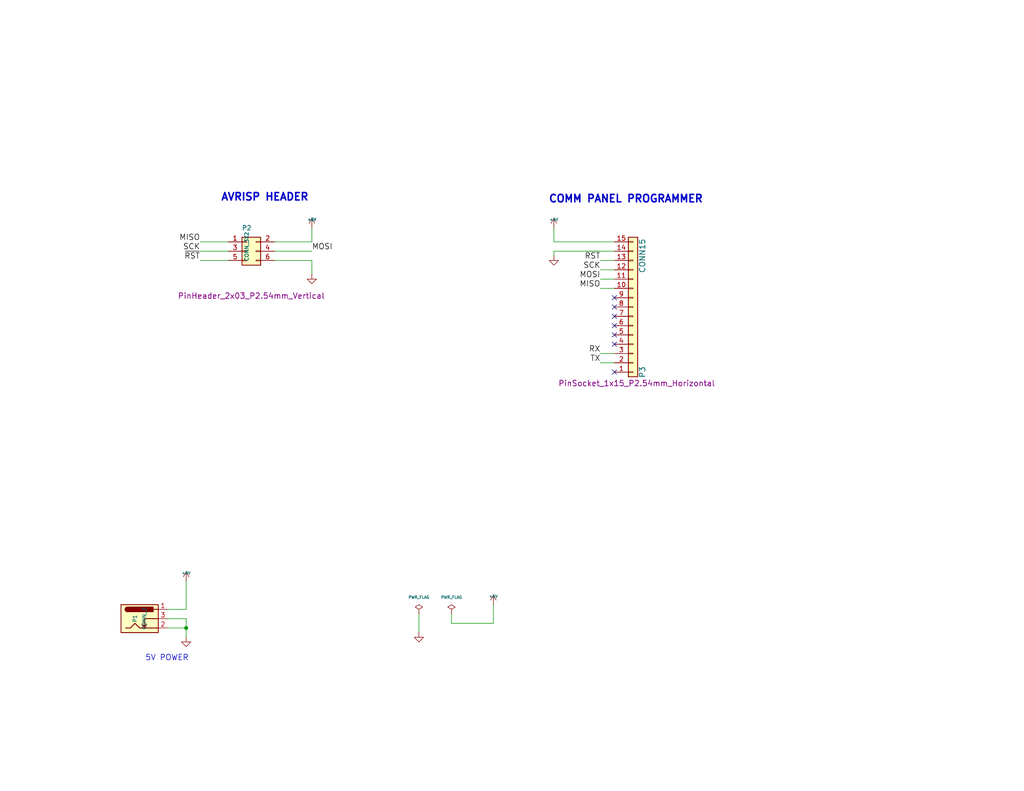
<source format=kicad_sch>
(kicad_sch (version 20250114) (generator "eeschema") (generator_version "9.0")
  (paper "USLetter")
  (title_block (title "comm shield") (date "2025-08-01") (rev "v0.4") (company "MCN-NET for Reiser Lab @ Janelia"))
  (lib_symbols
    (symbol "Connector:Barrel_Jack_Switch" (pin_names (hide yes))
      (property "Reference" "J" (at 0 5.334 0))
      (property "Value" "Barrel_Jack_Switch" (at 0 -5.08 0))
      (symbol "Barrel_Jack_Switch_0_1"
        (rectangle (start -5.08 3.81) (end 5.08 -3.81) (stroke (width 0.254)) (fill (type background)))
        (polyline (pts (xy -3.81 -2.54) (xy -2.54 -2.54) (xy -1.27 -1.27) (xy 0 -2.54) (xy 2.54 -2.54) (xy 5.08 -2.54)) (stroke (width 0.254)))
        (arc (start -3.302 1.905) (mid -3.9343 2.54) (end -3.302 3.175) (stroke (width 0.254)))
        (arc (start -3.302 1.905) (mid -3.9343 2.54) (end -3.302 3.175) (stroke (width 0.254)) (fill (type outline)))
        (polyline (pts (xy 1.27 -2.286) (xy 1.905 -1.651)) (stroke (width 0.254)))
        (rectangle (start 3.683 3.175) (end -3.302 1.905) (stroke (width 0.254)) (fill (type outline)))
        (polyline (pts (xy 5.08 2.54) (xy 3.81 2.54)) (stroke (width 0.254)))
        (polyline (pts (xy 5.08 0) (xy 1.27 0) (xy 1.27 -2.286) (xy 0.635 -1.651)) (stroke (width 0.254)))
      )
      (symbol "Barrel_Jack_Switch_1_1"
        (pin passive line (at 7.62 2.54 180) (length 2.54) (name "~") (number "1"))
        (pin passive line (at 7.62 0 180) (length 2.54) (name "~") (number "3"))
        (pin passive line (at 7.62 -2.54 180) (length 2.54) (name "~") (number "2"))
      )
    )
    (symbol "Connector_Generic:Conn_01x15" (pin_names (offset 1.016) (hide yes))
      (property "Reference" "J" (at 0 20.32 0))
      (property "Value" "Conn_01x15" (at 0 -20.32 0))
      (symbol "Conn_01x15_1_1"
        (rectangle (start -1.27 19.05) (end 1.27 -19.05) (stroke (width 0.254)) (fill (type background)))
        (rectangle (start -1.27 17.907) (end 0 17.653) (stroke (width 0.1524)))
        (rectangle (start -1.27 15.367) (end 0 15.113) (stroke (width 0.1524)))
        (rectangle (start -1.27 12.827) (end 0 12.573) (stroke (width 0.1524)))
        (rectangle (start -1.27 10.287) (end 0 10.033) (stroke (width 0.1524)))
        (rectangle (start -1.27 7.747) (end 0 7.493) (stroke (width 0.1524)))
        (rectangle (start -1.27 5.207) (end 0 4.953) (stroke (width 0.1524)))
        (rectangle (start -1.27 2.667) (end 0 2.413) (stroke (width 0.1524)))
        (rectangle (start -1.27 0.127) (end 0 -0.127) (stroke (width 0.1524)))
        (rectangle (start -1.27 -2.413) (end 0 -2.667) (stroke (width 0.1524)))
        (rectangle (start -1.27 -4.953) (end 0 -5.207) (stroke (width 0.1524)))
        (rectangle (start -1.27 -7.493) (end 0 -7.747) (stroke (width 0.1524)))
        (rectangle (start -1.27 -10.033) (end 0 -10.287) (stroke (width 0.1524)))
        (rectangle (start -1.27 -12.573) (end 0 -12.827) (stroke (width 0.1524)))
        (rectangle (start -1.27 -15.113) (end 0 -15.367) (stroke (width 0.1524)))
        (rectangle (start -1.27 -17.653) (end 0 -17.907) (stroke (width 0.1524)))
        (pin passive line (at -5.08 17.78 0) (length 3.81) (name "Pin_1") (number "1"))
        (pin passive line (at -5.08 15.24 0) (length 3.81) (name "Pin_2") (number "2"))
        (pin passive line (at -5.08 12.7 0) (length 3.81) (name "Pin_3") (number "3"))
        (pin passive line (at -5.08 10.16 0) (length 3.81) (name "Pin_4") (number "4"))
        (pin passive line (at -5.08 7.62 0) (length 3.81) (name "Pin_5") (number "5"))
        (pin passive line (at -5.08 5.08 0) (length 3.81) (name "Pin_6") (number "6"))
        (pin passive line (at -5.08 2.54 0) (length 3.81) (name "Pin_7") (number "7"))
        (pin passive line (at -5.08 0 0) (length 3.81) (name "Pin_8") (number "8"))
        (pin passive line (at -5.08 -2.54 0) (length 3.81) (name "Pin_9") (number "9"))
        (pin passive line (at -5.08 -5.08 0) (length 3.81) (name "Pin_10") (number "10"))
        (pin passive line (at -5.08 -7.62 0) (length 3.81) (name "Pin_11") (number "11"))
        (pin passive line (at -5.08 -10.16 0) (length 3.81) (name "Pin_12") (number "12"))
        (pin passive line (at -5.08 -12.7 0) (length 3.81) (name "Pin_13") (number "13"))
        (pin passive line (at -5.08 -15.24 0) (length 3.81) (name "Pin_14") (number "14"))
        (pin passive line (at -5.08 -17.78 0) (length 3.81) (name "Pin_15") (number "15"))
      )
    )
    (symbol "Connector_Generic:Conn_02x03_Odd_Even" (pin_names (offset 1.016) (hide yes))
      (property "Reference" "J" (at 1.27 5.08 0))
      (property "Value" "Conn_02x03_Odd_Even" (at 1.27 -5.08 0))
      (symbol "Conn_02x03_Odd_Even_1_1"
        (rectangle (start -1.27 3.81) (end 3.81 -3.81) (stroke (width 0.254)) (fill (type background)))
        (rectangle (start -1.27 2.667) (end 0 2.413) (stroke (width 0.1524)))
        (rectangle (start -1.27 0.127) (end 0 -0.127) (stroke (width 0.1524)))
        (rectangle (start -1.27 -2.413) (end 0 -2.667) (stroke (width 0.1524)))
        (rectangle (start 3.81 2.667) (end 2.54 2.413) (stroke (width 0.1524)))
        (rectangle (start 3.81 0.127) (end 2.54 -0.127) (stroke (width 0.1524)))
        (rectangle (start 3.81 -2.413) (end 2.54 -2.667) (stroke (width 0.1524)))
        (pin passive line (at -5.08 2.54 0) (length 3.81) (name "Pin_1") (number "1"))
        (pin passive line (at -5.08 0 0) (length 3.81) (name "Pin_3") (number "3"))
        (pin passive line (at -5.08 -2.54 0) (length 3.81) (name "Pin_5") (number "5"))
        (pin passive line (at 7.62 2.54 180) (length 3.81) (name "Pin_2") (number "2"))
        (pin passive line (at 7.62 0 180) (length 3.81) (name "Pin_4") (number "4"))
        (pin passive line (at 7.62 -2.54 180) (length 3.81) (name "Pin_6") (number "6"))
      )
    )
    (symbol "power:+5V" (power) (pin_numbers (hide yes)) (pin_names (offset 0) (hide yes))
      (property "Value" "+5V" (at 0 3.556 0))
      (symbol "+5V_0_1"
        (polyline (pts (xy -0.762 1.27) (xy 0 2.54)))
        (polyline (pts (xy 0 2.54) (xy 0.762 1.27)))
        (polyline (pts (xy 0 0) (xy 0 2.54)))
      )
      (symbol "+5V_1_1"
        (pin power_in line (at 0 0 90) (length 0) (name "~") (number "1"))
      )
    )
    (symbol "power:GND" (power) (pin_numbers (hide yes)) (pin_names (offset 0) (hide yes))
      (property "Value" "GND" (at 0 -3.81 0))
      (symbol "GND_0_1"
        (polyline (pts (xy 0 0) (xy 0 -1.27) (xy 1.27 -1.27) (xy 0 -2.54) (xy -1.27 -1.27) (xy 0 -1.27)))
      )
      (symbol "GND_1_1"
        (pin power_in line (at 0 0 270) (length 0) (name "~") (number "1"))
      )
    )
    (symbol "power:PWR_FLAG" (power) (pin_numbers (hide yes)) (pin_names (offset 0) (hide yes))
      (property "Value" "PWR_FLAG" (at 0 3.81 0))
      (symbol "PWR_FLAG_0_0"
        (pin power_out line (at 0 0 90) (length 0) (name "~") (number "1"))
      )
      (symbol "PWR_FLAG_0_1"
        (polyline (pts (xy 0 0) (xy 0 1.27) (xy -1.016 1.905) (xy 0 2.54) (xy 1.016 1.905) (xy 0 1.27)))
      )
    )
  )
  (text "5V POWER " (at 39.624 180.594 0) (effects (font (size 1.524 1.524)) (justify left bottom)))
  (text "COMM PANEL PROGRAMMER" (at 149.606 55.626 0) (effects (font (size 2.032 2.032) (thickness 0.4064) (bold yes)) (justify left bottom)))
  (text "AVRISP HEADER" (at 60.198 55.118 0) (effects (font (size 2.032 2.032) (thickness 0.4064) (bold yes)) (justify left bottom)))
  (junction (at 50.8 171.45))
  (no_connect (at 167.64 88.9))
  (no_connect (at 167.64 81.28))
  (no_connect (at 167.64 101.6))
  (no_connect (at 167.64 83.82))
  (no_connect (at 167.64 86.36))
  (no_connect (at 167.64 93.98))
  (no_connect (at 167.64 91.44))
  (wire (pts (xy 167.64 96.52) (xy 163.83 96.52)))
  (wire (pts (xy 45.72 166.37) (xy 50.8 166.37)))
  (wire (pts (xy 114.3 167.64) (xy 114.3 172.72)))
  (wire (pts (xy 45.72 168.91) (xy 50.8 168.91)))
  (wire (pts (xy 167.64 99.06) (xy 163.83 99.06)))
  (wire (pts (xy 50.8 166.37) (xy 50.8 158.75)))
  (wire (pts (xy 45.72 171.45) (xy 50.8 171.45)))
  (wire (pts (xy 167.64 76.2) (xy 163.83 76.2)))
  (wire (pts (xy 167.64 78.74) (xy 163.83 78.74)))
  (wire (pts (xy 50.8 171.45) (xy 50.8 173.99)))
  (wire (pts (xy 50.8 168.91) (xy 50.8 171.45)))
  (wire (pts (xy 74.93 71.12) (xy 85.09 71.12)))
  (wire (pts (xy 167.64 71.12) (xy 163.83 71.12)))
  (wire (pts (xy 74.93 68.58) (xy 85.09 68.58)))
  (wire (pts (xy 62.23 71.12) (xy 54.61 71.12)))
  (wire (pts (xy 62.23 68.58) (xy 54.61 68.58)))
  (wire (pts (xy 134.62 170.18) (xy 134.62 165.1)))
  (wire (pts (xy 85.09 71.12) (xy 85.09 74.93)))
  (wire (pts (xy 167.64 66.04) (xy 151.13 66.04)))
  (wire (pts (xy 167.64 73.66) (xy 163.83 73.66)))
  (wire (pts (xy 167.64 68.58) (xy 151.13 68.58)))
  (wire (pts (xy 62.23 66.04) (xy 54.61 66.04)))
  (wire (pts (xy 123.19 170.18) (xy 134.62 170.18)))
  (wire (pts (xy 123.19 167.64) (xy 123.19 170.18)))
  (wire (pts (xy 85.09 66.04) (xy 85.09 62.23)))
  (wire (pts (xy 151.13 68.58) (xy 151.13 69.85)))
  (wire (pts (xy 151.13 66.04) (xy 151.13 62.23)))
  (wire (pts (xy 74.93 66.04) (xy 85.09 66.04)))
  (label "SCK" (at 163.83 73.66 180) (effects (font (size 1.524 1.524))))
  (label "MISO" (at 163.83 78.74 180) (effects (font (size 1.524 1.524))))
  (label "~{RST}" (at 163.83 71.12 180) (effects (font (size 1.524 1.524))))
  (label "RX" (at 163.83 96.52 180) (effects (font (size 1.524 1.524))))
  (label "MOSI" (at 163.83 76.2 180) (effects (font (size 1.524 1.524))))
  (label "MOSI" (at 85.09 68.58 0) (effects (font (size 1.524 1.524))))
  (label "MISO" (at 54.61 66.04 180) (effects (font (size 1.524 1.524))))
  (label "SCK" (at 54.61 68.58 180) (effects (font (size 1.524 1.524))))
  (label "~{RST}" (at 54.61 71.12 180) (effects (font (size 1.524 1.524))))
  (label "TX" (at 163.83 99.06 180) (effects (font (size 1.524 1.524))))
  (symbol (lib_id "Connector_Generic:Conn_01x15") (at 172.72 83.82 0) (mirror x) (unit 1)
    (property "Reference" "P3" (at 175.26 101.6 90) (effects (font (size 1.524 1.524))))
    (property "Value" "CONN15" (at 175.26 69.85 90) (effects (font (size 1.524 1.524))))
    (property "Footprint" "PinSocket_1x15_P2.54mm_Horizontal" (at 173.736 104.648 0) (effects (font (size 1.524 1.524))))
    (property "LCSC #" "C2897397" (effects (hide yes)))
    (property "PN" "SSW-115-02-G-S-RA" (effects (hide yes)))
    (property "DigiKey #" "SAM1225-15-ND" (effects (hide yes)))
  )
  (symbol (lib_id "Connector:Barrel_Jack_Switch") (at 38.1 168.91 0) (unit 1)
    (property "Reference" "P1" (at 36.83 168.91 90) (effects (font (size 1.016 1.016))))
    (property "Value" "CONN_2" (at 39.37 168.91 90) (effects (font (size 1.016 1.016))))
    (property "Footprint" "Connector_BarrelJack:BarrelJack_Wuerth_6941xx301002" (effects (hide yes)))
    (property "Description" "DC Barrel Jack with an internal switch" (effects (hide yes)))
    (property "DigiKey #" "732-5930-ND" (effects (hide yes)))
    (property "PN" "694106301002" (effects (hide yes)))
  )
  (symbol (lib_id "power:GND") (at 50.8 173.99 0) (unit 1)
    (property "Reference" "#PWR01" (effects (hide yes)))
    (property "Value" "GND" (effects (hide yes)))
  )
  (symbol (lib_id "power:+5V") (at 50.8 158.75 0) (unit 1)
    (property "Reference" "#PWR02" (effects (hide yes)))
    (property "Value" "+5V" (at 50.8 156.464 0) (effects (font (size 0.762 0.762))))
  )
  (symbol (lib_id "power:+5V") (at 151.13 62.23 0) (unit 1)
    (property "Reference" "#PWR03" (effects (hide yes)))
    (property "Value" "+5V" (at 151.13 59.944 0) (effects (font (size 0.762 0.762))))
  )
  (symbol (lib_id "power:GND") (at 151.13 69.85 0) (unit 1)
    (property "Reference" "#PWR04" (effects (hide yes)))
    (property "Value" "GND" (effects (hide yes)))
  )
  (symbol (lib_id "Connector_Generic:Conn_02x03_Odd_Even") (at 67.31 68.58 0) (unit 1)
    (property "Reference" "P2" (at 67.31 62.23 0))
    (property "Value" "CONN_3X2" (at 67.31 67.31 90) (effects (font (size 1.016 1.016))))
    (property "Footprint" "PinHeader_2x03_P2.54mm_Vertical" (at 68.58 80.772 0) (effects (font (size 1.524 1.524))))
    (property "DigiKey #" "609-2845-ND" (effects (hide yes)))
    (property "PN" "75869-131LF" (effects (hide yes)))
    (property "LCSC #" "C168680" (effects (hide yes)))
  )
  (symbol (lib_id "power:+5V") (at 85.09 62.23 0) (unit 1)
    (property "Reference" "#PWR05" (effects (hide yes)))
    (property "Value" "+5V" (at 85.09 59.944 0) (effects (font (size 0.762 0.762))))
  )
  (symbol (lib_id "power:GND") (at 85.09 74.93 0) (unit 1)
    (property "Reference" "#PWR06" (effects (hide yes)))
    (property "Value" "GND" (effects (hide yes)))
  )
  (symbol (lib_id "power:PWR_FLAG") (at 123.19 167.64 0) (unit 1)
    (property "Reference" "#FLG07" (effects (hide yes)))
    (property "Value" "PWR_FLAG" (at 123.19 163.068 0) (effects (font (size 0.762 0.762))))
  )
  (symbol (lib_id "power:+5V") (at 134.62 165.1 0) (unit 1)
    (property "Reference" "#PWR08" (effects (hide yes)))
    (property "Value" "+5V" (at 134.62 162.814 0) (effects (font (size 0.762 0.762))))
  )
  (symbol (lib_id "power:GND") (at 114.3 172.72 0) (unit 1)
    (property "Reference" "#PWR09" (effects (hide yes)))
    (property "Value" "GND" (effects (hide yes)))
  )
  (symbol (lib_id "power:PWR_FLAG") (at 114.3 167.64 0) (unit 1)
    (property "Reference" "#FLG010" (effects (hide yes)))
    (property "Value" "PWR_FLAG" (at 114.3 163.068 0) (effects (font (size 0.762 0.762))))
  )
)
</source>
